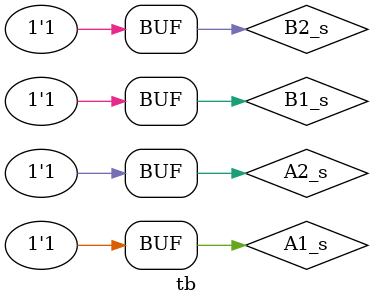
<source format=v>
`timescale 1ns / 1ps
module tb();
    reg A1_s,A2_s,B1_s,B2_s;
    wire F,G;
    
    Prac_1 test(A1_s,A2_s,B1_s,B2_s,F,G);

    initial 
        begin
            A1_s<=0;A2_s<=0;B1_s<=0;B2_s<=0;
//                        $display("F=%b   G=%b",F,G); 
            #10  A1_s<=0;A2_s<=0;B1_s<=0;B2_s<=1;
//                        $display("F=%b   G=%b",F,G); 
            #10  A1_s<=0;A2_s<=0;B1_s<=1;B2_s<=0;
//                        $display("F=%b   G=%b",F,G); 
            #10  A1_s<=0;A2_s<=0;B1_s<=1;B2_s<=1;
//                        $display("F=%b   G=%b",F,G); 
            #10  A1_s<=0;A2_s<=1;B1_s<=0;B2_s<=0;
//                        $display("F=%b   G=%b",F,G); 
            #10  A1_s<=0;A2_s<=1;B1_s<=0;B2_s<=1;
//                        $display("F=%b   G=%b",F,G); 
            #10  A1_s<=0;A2_s<=1;B1_s<=1;B2_s<=0;
//                        $display("F=%b   G=%b",F,G); 
            #10  A1_s<=0;A2_s<=1;B1_s<=1;B2_s<=1;
//                        $display("F=%b   G=%b",F,G); 
            #10  A1_s<=1;A2_s<=0;B1_s<=0;B2_s<=0;
//                        $display("F=%b   G=%b",F,G); 
            #10  A1_s<=1;A2_s<=0;B1_s<=0;B2_s<=1;
//                        $display("F=%b   G=%b",F,G); 
            #10  A1_s<=1;A2_s<=0;B1_s<=1;B2_s<=0;
//                        $display("F=%b   G=%b",F,G); 
            #10  A1_s<=1;A2_s<=0;B1_s<=1;B2_s<=1;
//                        $display("F=%b   G=%b",F,G); 
            #10  A1_s<=1;A2_s<=1;B1_s<=0;B2_s<=0;
//                        $display("F=%b   G=%b",F,G); 
            #10  A1_s<=1;A2_s<=1;B1_s<=0;B2_s<=1;
//                        $display("F=%b   G=%b",F,G); 
            #10  A1_s<=1;A2_s<=1;B1_s<=1;B2_s<=0;
//                        $display("F=%b   G=%b",F,G); 
            #10  A1_s<=1;A2_s<=1;B1_s<=1;B2_s<=1;
//                        $display("F=%b   G=%b",F,G);       
        end
endmodule

</source>
